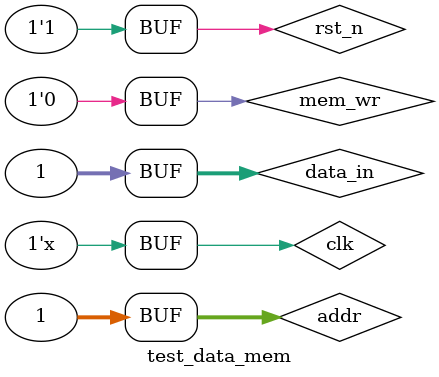
<source format=v>
`timescale 1ns / 1ps


module test_data_mem;

    reg clk;
    reg rst_n;
    
    reg [31:0]       addr;      // Ð´ÈëµØÖ·
    reg [31:0]       data_in;   // Ð´ÈëÊý¾Ý
    reg              mem_wr;    // Ð´Ê¹ÄÜ
    
    wire [31:0]      data_out;  // ¶Á³öÊý¾Ý

    initial begin
        clk = 0;
        rst_n = 0;
        #100;
        rst_n = 1'b1;
        mem_wr = 1'b1;
        
        addr = 32'b0000_0000_0000_0000_0000_0000_0000_0001;
        data_in = 32'b0000_0000_0000_0000_0000_0000_0000_0001;

        #100
        mem_wr = 1'b0;
        addr = 32'b0000_0000_0000_0000_0000_0000_0000_0001;

        
    end
    always #20 clk = ~clk;
    
    data_mem data_mem0(
        .rst_n(rst_n),
        .clk(clk),
    
        .addr(addr),      // Ð´ÈëµØÖ·
        .data_in(data_in),   // Ð´ÈëÊý¾Ý
        .mem_wr(mem_wr),    // Ð´Ê¹ÄÜ
        
        .data_out(data_out)  // Ð´³öÊý¾Ý
    );

endmodule

</source>
